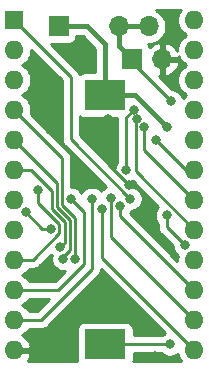
<source format=gbr>
%TF.GenerationSoftware,KiCad,Pcbnew,(5.1.6)-1*%
%TF.CreationDate,2021-07-23T13:19:56-04:00*%
%TF.ProjectId,RTC-12887-switch,5254432d-3132-4383-9837-2d7377697463,rev?*%
%TF.SameCoordinates,Original*%
%TF.FileFunction,Copper,L1,Top*%
%TF.FilePolarity,Positive*%
%FSLAX46Y46*%
G04 Gerber Fmt 4.6, Leading zero omitted, Abs format (unit mm)*
G04 Created by KiCad (PCBNEW (5.1.6)-1) date 2021-07-23 13:19:56*
%MOMM*%
%LPD*%
G01*
G04 APERTURE LIST*
%TA.AperFunction,ComponentPad*%
%ADD10R,1.700000X1.700000*%
%TD*%
%TA.AperFunction,ComponentPad*%
%ADD11O,1.700000X1.700000*%
%TD*%
%TA.AperFunction,SMDPad,CuDef*%
%ADD12R,3.500000X2.600000*%
%TD*%
%TA.AperFunction,ComponentPad*%
%ADD13R,1.600000X1.600000*%
%TD*%
%TA.AperFunction,ComponentPad*%
%ADD14O,1.600000X1.600000*%
%TD*%
%TA.AperFunction,ViaPad*%
%ADD15C,0.800000*%
%TD*%
%TA.AperFunction,Conductor*%
%ADD16C,0.250000*%
%TD*%
%TA.AperFunction,Conductor*%
%ADD17C,0.400000*%
%TD*%
%TA.AperFunction,Conductor*%
%ADD18C,0.254000*%
%TD*%
G04 APERTURE END LIST*
D10*
%TO.P,J1,1*%
%TO.N,/BC*%
X121412000Y-78359000D03*
D11*
%TO.P,J1,3*%
%TO.N,/COM*%
X126492000Y-78359000D03*
%TO.P,J1,4*%
X129032000Y-78359000D03*
%TD*%
D12*
%TO.P,U1,1*%
%TO.N,/BC*%
X125349000Y-84183000D03*
%TO.P,U1,2*%
%TO.N,/COM*%
X125349000Y-105283000D03*
%TD*%
D13*
%TO.P,IC2,1*%
%TO.N,/MOT*%
X117653001Y-77825001D03*
D14*
%TO.P,IC2,13*%
%TO.N,/CS*%
X132893001Y-105765001D03*
%TO.P,IC2,2*%
%TO.N,Net-(IC2-Pad2)*%
X117653001Y-80365001D03*
%TO.P,IC2,14*%
%TO.N,/AS*%
X132893001Y-103225001D03*
%TO.P,IC2,3*%
%TO.N,Net-(IC2-Pad3)*%
X117653001Y-82905001D03*
%TO.P,IC2,15*%
%TO.N,/RW*%
X132893001Y-100685001D03*
%TO.P,IC2,4*%
%TO.N,/AD0*%
X117653001Y-85445001D03*
%TO.P,IC2,16*%
%TO.N,Net-(IC2-Pad16)*%
X132893001Y-98145001D03*
%TO.P,IC2,5*%
%TO.N,/AD1*%
X117653001Y-87985001D03*
%TO.P,IC2,17*%
%TO.N,/DS*%
X132893001Y-95605001D03*
%TO.P,IC2,6*%
%TO.N,/AD2*%
X117653001Y-90525001D03*
%TO.P,IC2,18*%
%TO.N,/RESET*%
X132893001Y-93065001D03*
%TO.P,IC2,7*%
%TO.N,/AD3*%
X117653001Y-93065001D03*
%TO.P,IC2,19*%
%TO.N,/IRQ*%
X132893001Y-90525001D03*
%TO.P,IC2,8*%
%TO.N,/AD4*%
X117653001Y-95605001D03*
%TO.P,IC2,20*%
%TO.N,Net-(IC2-Pad20)*%
X132893001Y-87985001D03*
%TO.P,IC2,9*%
%TO.N,/AD5*%
X117653001Y-98145001D03*
%TO.P,IC2,21*%
%TO.N,Net-(IC2-Pad21)*%
X132893001Y-85445001D03*
%TO.P,IC2,10*%
%TO.N,/AD6*%
X117653001Y-100685001D03*
%TO.P,IC2,22*%
%TO.N,Net-(IC2-Pad22)*%
X132893001Y-82905001D03*
%TO.P,IC2,11*%
%TO.N,/AD7*%
X117653001Y-103225001D03*
%TO.P,IC2,23*%
%TO.N,/SQW*%
X132893001Y-80365001D03*
%TO.P,IC2,12*%
%TO.N,GND*%
X117653001Y-105765001D03*
%TO.P,IC2,24*%
%TO.N,/VCC*%
X132893001Y-77825001D03*
%TD*%
D10*
%TO.P,EN,1*%
%TO.N,/COM*%
X127635000Y-81153000D03*
D11*
%TO.P,EN,2*%
%TO.N,GND*%
X130175000Y-81153000D03*
%TD*%
D15*
%TO.N,GND*%
X127381000Y-91821000D03*
X120650000Y-87122000D03*
X119888000Y-99314000D03*
X119888000Y-101854000D03*
X123444000Y-81661000D03*
X125539500Y-86169500D03*
X130683000Y-97028000D03*
X129540000Y-106299000D03*
%TO.N,/MOT*%
X127469017Y-92945222D03*
%TO.N,/AD0*%
X122821692Y-98031306D03*
%TO.N,/AD1*%
X121793000Y-98044000D03*
%TO.N,/AD2*%
X121539000Y-97028000D03*
%TO.N,/AD3*%
X118618000Y-94107000D03*
X120733957Y-95480057D03*
%TO.N,/AD5*%
X119634000Y-92202000D03*
%TO.N,/AD6*%
X122428000Y-92964014D03*
%TO.N,/AD7*%
X124206004Y-92964000D03*
%TO.N,/CS*%
X125101409Y-93790270D03*
%TO.N,/AS*%
X125826419Y-92892459D03*
%TO.N,/RW*%
X126619000Y-93599004D03*
%TO.N,/DS*%
X128016000Y-86233000D03*
%TO.N,/RESET*%
X128651000Y-86868000D03*
%TO.N,/IRQ*%
X129628990Y-87976336D03*
%TO.N,/BC*%
X130556000Y-86868000D03*
%TO.N,/SQW*%
X132080000Y-96901000D03*
X130556000Y-94361000D03*
%TO.N,/VCC*%
X127127000Y-90551000D03*
X127762000Y-85405002D03*
%TO.N,/COM*%
X130810000Y-105283000D03*
X130937000Y-84709000D03*
%TD*%
D16*
%TO.N,GND*%
X125539500Y-90036502D02*
X125539500Y-86169500D01*
X127323998Y-91821000D02*
X125539500Y-90036502D01*
X127381000Y-91821000D02*
X127323998Y-91821000D01*
%TO.N,/MOT*%
X122428000Y-87904205D02*
X127469017Y-92945222D01*
X117653001Y-77825001D02*
X122428000Y-82600000D01*
X122428000Y-82600000D02*
X122428000Y-87904205D01*
%TO.N,/AD0*%
X117653001Y-85445001D02*
X121702995Y-89494995D01*
X121702995Y-93438998D02*
X122821692Y-94557695D01*
X121702995Y-89494995D02*
X121702995Y-93438998D01*
X122821692Y-94557695D02*
X122821692Y-98031306D01*
%TO.N,/AD1*%
X122358989Y-97319393D02*
X122358989Y-94731402D01*
X122358989Y-94731402D02*
X121252988Y-93625401D01*
X121252988Y-91584988D02*
X117653001Y-87985001D01*
X121793000Y-97885382D02*
X122358989Y-97319393D01*
X121252988Y-93625401D02*
X121252988Y-91584988D01*
X121793000Y-98044000D02*
X121793000Y-97885382D01*
%TO.N,/AD2*%
X121539000Y-97028000D02*
X121908978Y-96658022D01*
X121908978Y-94917802D02*
X120802977Y-93811801D01*
X120802977Y-93811801D02*
X120802977Y-92297975D01*
X120802977Y-92297975D02*
X119030003Y-90525001D01*
X119030003Y-90525001D02*
X117653001Y-90525001D01*
X121908978Y-96658022D02*
X121908978Y-94917802D01*
%TO.N,/AD3*%
X119991057Y-95480057D02*
X120733957Y-95480057D01*
X118618000Y-94107000D02*
X119991057Y-95480057D01*
%TO.N,/AD5*%
X119634000Y-92202000D02*
X119634000Y-93279235D01*
X121458967Y-95886766D02*
X119200732Y-98145001D01*
X119200732Y-98145001D02*
X117653001Y-98145001D01*
X121458967Y-95104202D02*
X121458967Y-95886766D01*
X119634000Y-93279235D02*
X121458967Y-95104202D01*
%TO.N,/AD6*%
X123571000Y-94107014D02*
X122428000Y-92964014D01*
X123571000Y-98494694D02*
X123571000Y-94107014D01*
X117653001Y-100685001D02*
X121380693Y-100685001D01*
X121380693Y-100685001D02*
X123571000Y-98494694D01*
%TO.N,/AD7*%
X119913999Y-103225001D02*
X117653001Y-103225001D01*
X124206004Y-92964000D02*
X124206004Y-98932996D01*
X124206004Y-98932996D02*
X119913999Y-103225001D01*
%TO.N,/CS*%
X132893001Y-105765001D02*
X125101409Y-97973409D01*
X125101409Y-97973409D02*
X125101409Y-93790270D01*
%TO.N,/AS*%
X125826419Y-96158419D02*
X125826419Y-92892459D01*
X132893001Y-103225001D02*
X125826419Y-96158419D01*
%TO.N,/RW*%
X132893001Y-100685001D02*
X126619000Y-94411000D01*
X126619000Y-94411000D02*
X126619000Y-93599004D01*
%TO.N,/DS*%
X127925999Y-90637999D02*
X132893001Y-95605001D01*
X127925999Y-86519999D02*
X127925999Y-90637999D01*
X128016000Y-86429998D02*
X127925999Y-86519999D01*
X128016000Y-86233000D02*
X128016000Y-86429998D01*
%TO.N,/RESET*%
X128651000Y-88823000D02*
X132893001Y-93065001D01*
X128651000Y-86868000D02*
X128651000Y-88823000D01*
%TO.N,/IRQ*%
X129632336Y-87976336D02*
X129628990Y-87976336D01*
X132893001Y-90525001D02*
X132181001Y-90525001D01*
X132181001Y-90525001D02*
X129632336Y-87976336D01*
D17*
%TO.N,/BC*%
X121412000Y-78359000D02*
X123825000Y-78359000D01*
X125349000Y-79883000D02*
X125349000Y-84183000D01*
X123825000Y-78359000D02*
X125349000Y-79883000D01*
X125349000Y-84183000D02*
X127871000Y-84183000D01*
X127871000Y-84183000D02*
X130556000Y-86868000D01*
D16*
%TO.N,/SQW*%
X132080000Y-96901000D02*
X130556000Y-95377000D01*
X130556000Y-95377000D02*
X130556000Y-94361000D01*
X130556000Y-94361000D02*
X130556000Y-94361000D01*
%TO.N,/VCC*%
X127127000Y-86040002D02*
X127762000Y-85405002D01*
X127127000Y-90551000D02*
X127127000Y-86040002D01*
X127762000Y-85405002D02*
X127762000Y-85405002D01*
D17*
%TO.N,/COM*%
X126492000Y-78359000D02*
X129032000Y-78359000D01*
X126492000Y-80010000D02*
X127635000Y-81153000D01*
X126492000Y-78359000D02*
X126492000Y-80010000D01*
D16*
X125349000Y-105283000D02*
X130810000Y-105283000D01*
X127635000Y-81153000D02*
X127635000Y-81407000D01*
X127635000Y-81407000D02*
X130937000Y-84709000D01*
X130937000Y-84709000D02*
X130937000Y-84709000D01*
%TD*%
D18*
%TO.N,GND*%
G36*
X130389924Y-104336725D02*
G01*
X130319744Y-104365795D01*
X130150226Y-104479063D01*
X130106289Y-104523000D01*
X127737072Y-104523000D01*
X127737072Y-103983000D01*
X127724812Y-103858518D01*
X127688502Y-103738820D01*
X127629537Y-103628506D01*
X127550185Y-103531815D01*
X127453494Y-103452463D01*
X127343180Y-103393498D01*
X127223482Y-103357188D01*
X127099000Y-103344928D01*
X123599000Y-103344928D01*
X123474518Y-103357188D01*
X123354820Y-103393498D01*
X123244506Y-103452463D01*
X123147815Y-103531815D01*
X123068463Y-103628506D01*
X123009498Y-103738820D01*
X122973188Y-103858518D01*
X122960928Y-103983000D01*
X122960928Y-106583000D01*
X122968019Y-106655000D01*
X118770939Y-106655000D01*
X118884038Y-106502421D01*
X119004247Y-106248088D01*
X119044905Y-106114040D01*
X118922916Y-105892001D01*
X117780001Y-105892001D01*
X117780001Y-105912001D01*
X117526001Y-105912001D01*
X117526001Y-105892001D01*
X117506001Y-105892001D01*
X117506001Y-105638001D01*
X117526001Y-105638001D01*
X117526001Y-105618001D01*
X117780001Y-105618001D01*
X117780001Y-105638001D01*
X118922916Y-105638001D01*
X119044905Y-105415962D01*
X119004247Y-105281914D01*
X118884038Y-105027581D01*
X118716520Y-104801587D01*
X118508132Y-104612616D01*
X118322136Y-104501068D01*
X118332728Y-104496681D01*
X118567760Y-104339638D01*
X118767638Y-104139760D01*
X118871044Y-103985001D01*
X119876677Y-103985001D01*
X119913999Y-103988677D01*
X119951321Y-103985001D01*
X119951332Y-103985001D01*
X120062985Y-103974004D01*
X120206246Y-103930547D01*
X120338275Y-103859975D01*
X120454000Y-103765002D01*
X120477803Y-103735998D01*
X124717007Y-99496795D01*
X124746005Y-99472997D01*
X124840978Y-99357272D01*
X124911550Y-99225243D01*
X124955007Y-99081982D01*
X124966004Y-98970329D01*
X124966004Y-98970321D01*
X124969680Y-98932996D01*
X124967876Y-98914677D01*
X130389924Y-104336725D01*
G37*
X130389924Y-104336725D02*
X130319744Y-104365795D01*
X130150226Y-104479063D01*
X130106289Y-104523000D01*
X127737072Y-104523000D01*
X127737072Y-103983000D01*
X127724812Y-103858518D01*
X127688502Y-103738820D01*
X127629537Y-103628506D01*
X127550185Y-103531815D01*
X127453494Y-103452463D01*
X127343180Y-103393498D01*
X127223482Y-103357188D01*
X127099000Y-103344928D01*
X123599000Y-103344928D01*
X123474518Y-103357188D01*
X123354820Y-103393498D01*
X123244506Y-103452463D01*
X123147815Y-103531815D01*
X123068463Y-103628506D01*
X123009498Y-103738820D01*
X122973188Y-103858518D01*
X122960928Y-103983000D01*
X122960928Y-106583000D01*
X122968019Y-106655000D01*
X118770939Y-106655000D01*
X118884038Y-106502421D01*
X119004247Y-106248088D01*
X119044905Y-106114040D01*
X118922916Y-105892001D01*
X117780001Y-105892001D01*
X117780001Y-105912001D01*
X117526001Y-105912001D01*
X117526001Y-105892001D01*
X117506001Y-105892001D01*
X117506001Y-105638001D01*
X117526001Y-105638001D01*
X117526001Y-105618001D01*
X117780001Y-105618001D01*
X117780001Y-105638001D01*
X118922916Y-105638001D01*
X119044905Y-105415962D01*
X119004247Y-105281914D01*
X118884038Y-105027581D01*
X118716520Y-104801587D01*
X118508132Y-104612616D01*
X118322136Y-104501068D01*
X118332728Y-104496681D01*
X118567760Y-104339638D01*
X118767638Y-104139760D01*
X118871044Y-103985001D01*
X119876677Y-103985001D01*
X119913999Y-103988677D01*
X119951321Y-103985001D01*
X119951332Y-103985001D01*
X120062985Y-103974004D01*
X120206246Y-103930547D01*
X120338275Y-103859975D01*
X120454000Y-103765002D01*
X120477803Y-103735998D01*
X124717007Y-99496795D01*
X124746005Y-99472997D01*
X124840978Y-99357272D01*
X124911550Y-99225243D01*
X124955007Y-99081982D01*
X124966004Y-98970329D01*
X124966004Y-98970321D01*
X124969680Y-98932996D01*
X124967876Y-98914677D01*
X130389924Y-104336725D01*
G36*
X130150226Y-106086937D02*
G01*
X130319744Y-106200205D01*
X130508102Y-106278226D01*
X130708061Y-106318000D01*
X130911939Y-106318000D01*
X131111898Y-106278226D01*
X131300256Y-106200205D01*
X131469774Y-106086937D01*
X131489918Y-106066793D01*
X131513148Y-106183575D01*
X131621321Y-106444728D01*
X131761820Y-106655000D01*
X127729981Y-106655000D01*
X127737072Y-106583000D01*
X127737072Y-106043000D01*
X130106289Y-106043000D01*
X130150226Y-106086937D01*
G37*
X130150226Y-106086937D02*
X130319744Y-106200205D01*
X130508102Y-106278226D01*
X130708061Y-106318000D01*
X130911939Y-106318000D01*
X131111898Y-106278226D01*
X131300256Y-106200205D01*
X131469774Y-106086937D01*
X131489918Y-106066793D01*
X131513148Y-106183575D01*
X131621321Y-106444728D01*
X131761820Y-106655000D01*
X127729981Y-106655000D01*
X127737072Y-106583000D01*
X127737072Y-106043000D01*
X130106289Y-106043000D01*
X130150226Y-106086937D01*
G36*
X119599198Y-102465001D02*
G01*
X118871044Y-102465001D01*
X118767638Y-102310242D01*
X118567760Y-102110364D01*
X118335242Y-101955001D01*
X118567760Y-101799638D01*
X118767638Y-101599760D01*
X118871044Y-101445001D01*
X120619198Y-101445001D01*
X119599198Y-102465001D01*
G37*
X119599198Y-102465001D02*
X118871044Y-102465001D01*
X118767638Y-102310242D01*
X118567760Y-102110364D01*
X118335242Y-101955001D01*
X118567760Y-101799638D01*
X118767638Y-101599760D01*
X118871044Y-101445001D01*
X120619198Y-101445001D01*
X119599198Y-102465001D01*
G36*
X120735063Y-97687774D02*
G01*
X120796383Y-97749094D01*
X120758000Y-97942061D01*
X120758000Y-98145939D01*
X120797774Y-98345898D01*
X120875795Y-98534256D01*
X120989063Y-98703774D01*
X121133226Y-98847937D01*
X121302744Y-98961205D01*
X121491102Y-99039226D01*
X121691061Y-99079000D01*
X121894939Y-99079000D01*
X121916102Y-99074790D01*
X121065892Y-99925001D01*
X118871044Y-99925001D01*
X118767638Y-99770242D01*
X118567760Y-99570364D01*
X118335242Y-99415001D01*
X118567760Y-99259638D01*
X118767638Y-99059760D01*
X118871044Y-98905001D01*
X119163410Y-98905001D01*
X119200732Y-98908677D01*
X119238054Y-98905001D01*
X119238065Y-98905001D01*
X119349718Y-98894004D01*
X119492979Y-98850547D01*
X119625008Y-98779975D01*
X119740733Y-98685002D01*
X119764536Y-98655998D01*
X120734141Y-97686394D01*
X120735063Y-97687774D01*
G37*
X120735063Y-97687774D02*
X120796383Y-97749094D01*
X120758000Y-97942061D01*
X120758000Y-98145939D01*
X120797774Y-98345898D01*
X120875795Y-98534256D01*
X120989063Y-98703774D01*
X121133226Y-98847937D01*
X121302744Y-98961205D01*
X121491102Y-99039226D01*
X121691061Y-99079000D01*
X121894939Y-99079000D01*
X121916102Y-99074790D01*
X121065892Y-99925001D01*
X118871044Y-99925001D01*
X118767638Y-99770242D01*
X118567760Y-99570364D01*
X118335242Y-99415001D01*
X118567760Y-99259638D01*
X118767638Y-99059760D01*
X118871044Y-98905001D01*
X119163410Y-98905001D01*
X119200732Y-98908677D01*
X119238054Y-98905001D01*
X119238065Y-98905001D01*
X119349718Y-98894004D01*
X119492979Y-98850547D01*
X119625008Y-98779975D01*
X119740733Y-98685002D01*
X119764536Y-98655998D01*
X120734141Y-97686394D01*
X120735063Y-97687774D01*
G36*
X129833244Y-93620045D02*
G01*
X129752063Y-93701226D01*
X129638795Y-93870744D01*
X129560774Y-94059102D01*
X129521000Y-94259061D01*
X129521000Y-94462939D01*
X129560774Y-94662898D01*
X129638795Y-94851256D01*
X129752063Y-95020774D01*
X129796000Y-95064711D01*
X129796000Y-95339677D01*
X129792324Y-95377000D01*
X129796000Y-95414322D01*
X129796000Y-95414332D01*
X129806997Y-95525985D01*
X129849714Y-95666805D01*
X129850454Y-95669246D01*
X129921026Y-95801276D01*
X129960871Y-95849826D01*
X130015999Y-95917001D01*
X130045002Y-95940803D01*
X131045000Y-96940802D01*
X131045000Y-97002939D01*
X131084774Y-97202898D01*
X131162795Y-97391256D01*
X131276063Y-97560774D01*
X131420226Y-97704937D01*
X131506020Y-97762262D01*
X131458001Y-98003666D01*
X131458001Y-98175199D01*
X127470458Y-94187657D01*
X127536205Y-94089260D01*
X127582305Y-93977964D01*
X127770915Y-93940448D01*
X127959273Y-93862427D01*
X128128791Y-93749159D01*
X128272954Y-93604996D01*
X128386222Y-93435478D01*
X128464243Y-93247120D01*
X128504017Y-93047161D01*
X128504017Y-92843283D01*
X128464243Y-92643324D01*
X128386222Y-92454966D01*
X128272954Y-92285448D01*
X128128791Y-92141285D01*
X127959273Y-92028017D01*
X127770915Y-91949996D01*
X127570956Y-91910222D01*
X127508819Y-91910222D01*
X127184597Y-91586000D01*
X127228939Y-91586000D01*
X127428898Y-91546226D01*
X127617256Y-91468205D01*
X127655710Y-91442511D01*
X129833244Y-93620045D01*
G37*
X129833244Y-93620045D02*
X129752063Y-93701226D01*
X129638795Y-93870744D01*
X129560774Y-94059102D01*
X129521000Y-94259061D01*
X129521000Y-94462939D01*
X129560774Y-94662898D01*
X129638795Y-94851256D01*
X129752063Y-95020774D01*
X129796000Y-95064711D01*
X129796000Y-95339677D01*
X129792324Y-95377000D01*
X129796000Y-95414322D01*
X129796000Y-95414332D01*
X129806997Y-95525985D01*
X129849714Y-95666805D01*
X129850454Y-95669246D01*
X129921026Y-95801276D01*
X129960871Y-95849826D01*
X130015999Y-95917001D01*
X130045002Y-95940803D01*
X131045000Y-96940802D01*
X131045000Y-97002939D01*
X131084774Y-97202898D01*
X131162795Y-97391256D01*
X131276063Y-97560774D01*
X131420226Y-97704937D01*
X131506020Y-97762262D01*
X131458001Y-98003666D01*
X131458001Y-98175199D01*
X127470458Y-94187657D01*
X127536205Y-94089260D01*
X127582305Y-93977964D01*
X127770915Y-93940448D01*
X127959273Y-93862427D01*
X128128791Y-93749159D01*
X128272954Y-93604996D01*
X128386222Y-93435478D01*
X128464243Y-93247120D01*
X128504017Y-93047161D01*
X128504017Y-92843283D01*
X128464243Y-92643324D01*
X128386222Y-92454966D01*
X128272954Y-92285448D01*
X128128791Y-92141285D01*
X127959273Y-92028017D01*
X127770915Y-91949996D01*
X127570956Y-91910222D01*
X127508819Y-91910222D01*
X127184597Y-91586000D01*
X127228939Y-91586000D01*
X127428898Y-91546226D01*
X127617256Y-91468205D01*
X127655710Y-91442511D01*
X129833244Y-93620045D01*
G36*
X121668000Y-82914802D02*
G01*
X121668001Y-87866873D01*
X121664324Y-87904205D01*
X121668001Y-87941538D01*
X121678998Y-88053191D01*
X121685310Y-88073998D01*
X121722454Y-88196451D01*
X121793026Y-88328481D01*
X121864201Y-88415207D01*
X121888000Y-88444206D01*
X121916998Y-88468004D01*
X125398448Y-91949455D01*
X125336163Y-91975254D01*
X125166645Y-92088522D01*
X125022482Y-92232685D01*
X124988804Y-92283089D01*
X124865778Y-92160063D01*
X124696260Y-92046795D01*
X124507902Y-91968774D01*
X124307943Y-91929000D01*
X124104065Y-91929000D01*
X123904106Y-91968774D01*
X123715748Y-92046795D01*
X123546230Y-92160063D01*
X123402067Y-92304226D01*
X123316997Y-92431542D01*
X123231937Y-92304240D01*
X123087774Y-92160077D01*
X122918256Y-92046809D01*
X122729898Y-91968788D01*
X122529939Y-91929014D01*
X122462995Y-91929014D01*
X122462995Y-89532317D01*
X122466671Y-89494994D01*
X122462995Y-89457671D01*
X122462995Y-89457662D01*
X122451998Y-89346009D01*
X122408541Y-89202748D01*
X122337969Y-89070719D01*
X122289235Y-89011336D01*
X122266794Y-88983991D01*
X122266790Y-88983987D01*
X122242996Y-88954994D01*
X122214004Y-88931201D01*
X119051689Y-85768887D01*
X119088001Y-85586336D01*
X119088001Y-85303666D01*
X119032854Y-85026427D01*
X118924681Y-84765274D01*
X118767638Y-84530242D01*
X118567760Y-84330364D01*
X118335242Y-84175001D01*
X118567760Y-84019638D01*
X118767638Y-83819760D01*
X118924681Y-83584728D01*
X119032854Y-83323575D01*
X119088001Y-83046336D01*
X119088001Y-82763666D01*
X119032854Y-82486427D01*
X118924681Y-82225274D01*
X118767638Y-81990242D01*
X118567760Y-81790364D01*
X118335242Y-81635001D01*
X118567760Y-81479638D01*
X118767638Y-81279760D01*
X118924681Y-81044728D01*
X119032854Y-80783575D01*
X119088001Y-80506336D01*
X119088001Y-80334802D01*
X121668000Y-82914802D01*
G37*
X121668000Y-82914802D02*
X121668001Y-87866873D01*
X121664324Y-87904205D01*
X121668001Y-87941538D01*
X121678998Y-88053191D01*
X121685310Y-88073998D01*
X121722454Y-88196451D01*
X121793026Y-88328481D01*
X121864201Y-88415207D01*
X121888000Y-88444206D01*
X121916998Y-88468004D01*
X125398448Y-91949455D01*
X125336163Y-91975254D01*
X125166645Y-92088522D01*
X125022482Y-92232685D01*
X124988804Y-92283089D01*
X124865778Y-92160063D01*
X124696260Y-92046795D01*
X124507902Y-91968774D01*
X124307943Y-91929000D01*
X124104065Y-91929000D01*
X123904106Y-91968774D01*
X123715748Y-92046795D01*
X123546230Y-92160063D01*
X123402067Y-92304226D01*
X123316997Y-92431542D01*
X123231937Y-92304240D01*
X123087774Y-92160077D01*
X122918256Y-92046809D01*
X122729898Y-91968788D01*
X122529939Y-91929014D01*
X122462995Y-91929014D01*
X122462995Y-89532317D01*
X122466671Y-89494994D01*
X122462995Y-89457671D01*
X122462995Y-89457662D01*
X122451998Y-89346009D01*
X122408541Y-89202748D01*
X122337969Y-89070719D01*
X122289235Y-89011336D01*
X122266794Y-88983991D01*
X122266790Y-88983987D01*
X122242996Y-88954994D01*
X122214004Y-88931201D01*
X119051689Y-85768887D01*
X119088001Y-85586336D01*
X119088001Y-85303666D01*
X119032854Y-85026427D01*
X118924681Y-84765274D01*
X118767638Y-84530242D01*
X118567760Y-84330364D01*
X118335242Y-84175001D01*
X118567760Y-84019638D01*
X118767638Y-83819760D01*
X118924681Y-83584728D01*
X119032854Y-83323575D01*
X119088001Y-83046336D01*
X119088001Y-82763666D01*
X119032854Y-82486427D01*
X118924681Y-82225274D01*
X118767638Y-81990242D01*
X118567760Y-81790364D01*
X118335242Y-81635001D01*
X118567760Y-81479638D01*
X118767638Y-81279760D01*
X118924681Y-81044728D01*
X119032854Y-80783575D01*
X119088001Y-80506336D01*
X119088001Y-80334802D01*
X121668000Y-82914802D01*
G36*
X123244506Y-86013537D02*
G01*
X123354820Y-86072502D01*
X123474518Y-86108812D01*
X123599000Y-86121072D01*
X126367001Y-86121072D01*
X126367000Y-89847289D01*
X126323063Y-89891226D01*
X126209795Y-90060744D01*
X126131774Y-90249102D01*
X126092000Y-90449061D01*
X126092000Y-90493403D01*
X123188000Y-87589404D01*
X123188000Y-85967164D01*
X123244506Y-86013537D01*
G37*
X123244506Y-86013537D02*
X123354820Y-86072502D01*
X123474518Y-86108812D01*
X123599000Y-86121072D01*
X126367001Y-86121072D01*
X126367000Y-89847289D01*
X126323063Y-89891226D01*
X126209795Y-90060744D01*
X126131774Y-90249102D01*
X126092000Y-90449061D01*
X126092000Y-90493403D01*
X123188000Y-87589404D01*
X123188000Y-85967164D01*
X123244506Y-86013537D01*
G36*
X131621321Y-77145274D02*
G01*
X131513148Y-77406427D01*
X131458001Y-77683666D01*
X131458001Y-77966336D01*
X131513148Y-78243575D01*
X131621321Y-78504728D01*
X131778364Y-78739760D01*
X131978242Y-78939638D01*
X132210760Y-79095001D01*
X131978242Y-79250364D01*
X131778364Y-79450242D01*
X131621321Y-79685274D01*
X131513148Y-79946427D01*
X131458001Y-80223666D01*
X131458001Y-80419081D01*
X131370178Y-80271645D01*
X131175269Y-80055412D01*
X130941920Y-79881359D01*
X130679099Y-79756175D01*
X130531890Y-79711524D01*
X130302000Y-79832845D01*
X130302000Y-81026000D01*
X131495814Y-81026000D01*
X131561627Y-80900615D01*
X131621321Y-81044728D01*
X131778364Y-81279760D01*
X131978242Y-81479638D01*
X132210760Y-81635001D01*
X131978242Y-81790364D01*
X131778364Y-81990242D01*
X131621321Y-82225274D01*
X131513148Y-82486427D01*
X131458001Y-82763666D01*
X131458001Y-83046336D01*
X131513148Y-83323575D01*
X131621321Y-83584728D01*
X131778364Y-83819760D01*
X131978242Y-84019638D01*
X132210760Y-84175001D01*
X131978242Y-84330364D01*
X131923228Y-84385378D01*
X131854205Y-84218744D01*
X131740937Y-84049226D01*
X131596774Y-83905063D01*
X131427256Y-83791795D01*
X131238898Y-83713774D01*
X131038939Y-83674000D01*
X130976802Y-83674000D01*
X129869930Y-82567129D01*
X130048000Y-82473155D01*
X130048000Y-81280000D01*
X130302000Y-81280000D01*
X130302000Y-82473155D01*
X130531890Y-82594476D01*
X130679099Y-82549825D01*
X130941920Y-82424641D01*
X131175269Y-82250588D01*
X131370178Y-82034355D01*
X131519157Y-81784252D01*
X131616481Y-81509891D01*
X131495814Y-81280000D01*
X130302000Y-81280000D01*
X130048000Y-81280000D01*
X130028000Y-81280000D01*
X130028000Y-81026000D01*
X130048000Y-81026000D01*
X130048000Y-79832845D01*
X129818110Y-79711524D01*
X129670901Y-79756175D01*
X129408080Y-79881359D01*
X129174731Y-80055412D01*
X129098966Y-80139466D01*
X129074502Y-80058820D01*
X129015537Y-79948506D01*
X128936185Y-79851815D01*
X128926662Y-79844000D01*
X129178260Y-79844000D01*
X129465158Y-79786932D01*
X129735411Y-79674990D01*
X129978632Y-79512475D01*
X130185475Y-79305632D01*
X130347990Y-79062411D01*
X130459932Y-78792158D01*
X130517000Y-78505260D01*
X130517000Y-78212740D01*
X130459932Y-77925842D01*
X130347990Y-77655589D01*
X130185475Y-77412368D01*
X129978632Y-77205525D01*
X129735411Y-77043010D01*
X129600190Y-76987000D01*
X131727076Y-76987000D01*
X131621321Y-77145274D01*
G37*
X131621321Y-77145274D02*
X131513148Y-77406427D01*
X131458001Y-77683666D01*
X131458001Y-77966336D01*
X131513148Y-78243575D01*
X131621321Y-78504728D01*
X131778364Y-78739760D01*
X131978242Y-78939638D01*
X132210760Y-79095001D01*
X131978242Y-79250364D01*
X131778364Y-79450242D01*
X131621321Y-79685274D01*
X131513148Y-79946427D01*
X131458001Y-80223666D01*
X131458001Y-80419081D01*
X131370178Y-80271645D01*
X131175269Y-80055412D01*
X130941920Y-79881359D01*
X130679099Y-79756175D01*
X130531890Y-79711524D01*
X130302000Y-79832845D01*
X130302000Y-81026000D01*
X131495814Y-81026000D01*
X131561627Y-80900615D01*
X131621321Y-81044728D01*
X131778364Y-81279760D01*
X131978242Y-81479638D01*
X132210760Y-81635001D01*
X131978242Y-81790364D01*
X131778364Y-81990242D01*
X131621321Y-82225274D01*
X131513148Y-82486427D01*
X131458001Y-82763666D01*
X131458001Y-83046336D01*
X131513148Y-83323575D01*
X131621321Y-83584728D01*
X131778364Y-83819760D01*
X131978242Y-84019638D01*
X132210760Y-84175001D01*
X131978242Y-84330364D01*
X131923228Y-84385378D01*
X131854205Y-84218744D01*
X131740937Y-84049226D01*
X131596774Y-83905063D01*
X131427256Y-83791795D01*
X131238898Y-83713774D01*
X131038939Y-83674000D01*
X130976802Y-83674000D01*
X129869930Y-82567129D01*
X130048000Y-82473155D01*
X130048000Y-81280000D01*
X130302000Y-81280000D01*
X130302000Y-82473155D01*
X130531890Y-82594476D01*
X130679099Y-82549825D01*
X130941920Y-82424641D01*
X131175269Y-82250588D01*
X131370178Y-82034355D01*
X131519157Y-81784252D01*
X131616481Y-81509891D01*
X131495814Y-81280000D01*
X130302000Y-81280000D01*
X130048000Y-81280000D01*
X130028000Y-81280000D01*
X130028000Y-81026000D01*
X130048000Y-81026000D01*
X130048000Y-79832845D01*
X129818110Y-79711524D01*
X129670901Y-79756175D01*
X129408080Y-79881359D01*
X129174731Y-80055412D01*
X129098966Y-80139466D01*
X129074502Y-80058820D01*
X129015537Y-79948506D01*
X128936185Y-79851815D01*
X128926662Y-79844000D01*
X129178260Y-79844000D01*
X129465158Y-79786932D01*
X129735411Y-79674990D01*
X129978632Y-79512475D01*
X130185475Y-79305632D01*
X130347990Y-79062411D01*
X130459932Y-78792158D01*
X130517000Y-78505260D01*
X130517000Y-78212740D01*
X130459932Y-77925842D01*
X130347990Y-77655589D01*
X130185475Y-77412368D01*
X129978632Y-77205525D01*
X129735411Y-77043010D01*
X129600190Y-76987000D01*
X131727076Y-76987000D01*
X131621321Y-77145274D01*
G36*
X124514000Y-80228868D02*
G01*
X124514001Y-82244928D01*
X123599000Y-82244928D01*
X123474518Y-82257188D01*
X123354820Y-82293498D01*
X123244506Y-82352463D01*
X123166522Y-82416463D01*
X123133546Y-82307753D01*
X123062974Y-82175724D01*
X122968001Y-82059999D01*
X122939004Y-82036202D01*
X120749874Y-79847072D01*
X122262000Y-79847072D01*
X122386482Y-79834812D01*
X122506180Y-79798502D01*
X122616494Y-79739537D01*
X122713185Y-79660185D01*
X122792537Y-79563494D01*
X122851502Y-79453180D01*
X122887812Y-79333482D01*
X122900072Y-79209000D01*
X122900072Y-79194000D01*
X123479133Y-79194000D01*
X124514000Y-80228868D01*
G37*
X124514000Y-80228868D02*
X124514001Y-82244928D01*
X123599000Y-82244928D01*
X123474518Y-82257188D01*
X123354820Y-82293498D01*
X123244506Y-82352463D01*
X123166522Y-82416463D01*
X123133546Y-82307753D01*
X123062974Y-82175724D01*
X122968001Y-82059999D01*
X122939004Y-82036202D01*
X120749874Y-79847072D01*
X122262000Y-79847072D01*
X122386482Y-79834812D01*
X122506180Y-79798502D01*
X122616494Y-79739537D01*
X122713185Y-79660185D01*
X122792537Y-79563494D01*
X122851502Y-79453180D01*
X122887812Y-79333482D01*
X122900072Y-79209000D01*
X122900072Y-79194000D01*
X123479133Y-79194000D01*
X124514000Y-80228868D01*
%TD*%
M02*

</source>
